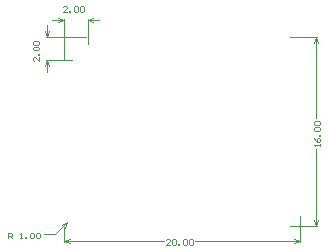
<source format=gbr>
%TF.GenerationSoftware,Altium Limited,Altium Designer,20.1.8 (145)*%
G04 Layer_Color=8242323*
%FSLAX44Y44*%
%MOMM*%
%TF.SameCoordinates,E4642572-F947-42A3-9A2D-1DA0FD0549A1*%
%TF.FilePolarity,Positive*%
%TF.FileFunction,Other,Dimensions*%
%TF.Part,Single*%
G01*
G75*
%TA.AperFunction,NonConductor*%
%ADD33C,0.1016*%
%ADD57C,0.1020*%
D33*
X10015524Y10140000D02*
X10017191Y10135000D01*
X10013857D02*
X10015524Y10140000D01*
X10013857Y10165000D02*
X10015524Y10160000D01*
X10017191Y10165000D01*
X10015524Y10130000D02*
Y10140000D01*
Y10160000D02*
Y10170000D01*
X10014508Y10160000D02*
X10048984D01*
X10014508Y10140000D02*
X10036484D01*
X10050000Y10173882D02*
X10055000Y10175549D01*
X10050000Y10173882D02*
X10055000Y10172216D01*
X10025000D02*
X10030000Y10173882D01*
X10025000Y10175549D02*
X10030000Y10173882D01*
X10050000D02*
X10060000D01*
X10020000D02*
X10030000D01*
Y10141016D02*
Y10174899D01*
X10050000Y10153516D02*
Y10174899D01*
X10241801Y10005000D02*
X10243467Y10000000D01*
X10245134Y10005000D01*
X10243467Y10160000D02*
X10245134Y10155000D01*
X10241801D02*
X10243467Y10160000D01*
Y10000000D02*
Y10065106D01*
Y10090830D02*
Y10160000D01*
X10221524Y10000000D02*
X10244484D01*
X10221016Y10160000D02*
X10244484D01*
X10030000Y9986868D02*
X10035000Y9988535D01*
X10030000Y9986868D02*
X10035000Y9985201D01*
X10225000D02*
X10230000Y9986868D01*
X10225000Y9988535D02*
X10230000Y9986868D01*
X10030000D02*
X10114690D01*
X10141246D02*
X10230000D01*
X10030000Y9985852D02*
Y9998984D01*
X10230000Y9985852D02*
Y10008476D01*
X10008494Y10142553D02*
Y10139221D01*
X10005161Y10142553D01*
X10004328D01*
X10003495Y10141720D01*
Y10140054D01*
X10004328Y10139221D01*
X10008494Y10144219D02*
X10007661D01*
Y10145052D01*
X10008494D01*
Y10144219D01*
X10004328Y10148384D02*
X10003495Y10149218D01*
Y10150884D01*
X10004328Y10151717D01*
X10007661D01*
X10008494Y10150884D01*
Y10149218D01*
X10007661Y10148384D01*
X10004328D01*
Y10153383D02*
X10003495Y10154216D01*
Y10155882D01*
X10004328Y10156715D01*
X10007661D01*
X10008494Y10155882D01*
Y10154216D01*
X10007661Y10153383D01*
X10004328D01*
X10032553Y10180913D02*
X10029221D01*
X10032553Y10184245D01*
Y10185078D01*
X10031720Y10185911D01*
X10030054D01*
X10029221Y10185078D01*
X10034219Y10180913D02*
Y10181746D01*
X10035052D01*
Y10180913D01*
X10034219D01*
X10038384Y10185078D02*
X10039218Y10185911D01*
X10040884D01*
X10041717Y10185078D01*
Y10181746D01*
X10040884Y10180913D01*
X10039218D01*
X10038384Y10181746D01*
Y10185078D01*
X10043383D02*
X10044216Y10185911D01*
X10045882D01*
X10046715Y10185078D01*
Y10181746D01*
X10045882Y10180913D01*
X10044216D01*
X10043383Y10181746D01*
Y10185078D01*
X10246982Y10067138D02*
Y10068804D01*
Y10067971D01*
X10241984D01*
X10242817Y10067138D01*
X10241984Y10074636D02*
X10242817Y10072969D01*
X10244484Y10071304D01*
X10246150D01*
X10246982Y10072137D01*
Y10073802D01*
X10246150Y10074636D01*
X10245316D01*
X10244484Y10073802D01*
Y10071304D01*
X10246982Y10076302D02*
X10246150D01*
Y10077135D01*
X10246982D01*
Y10076302D01*
X10242817Y10080467D02*
X10241984Y10081300D01*
Y10082966D01*
X10242817Y10083799D01*
X10246150D01*
X10246982Y10082966D01*
Y10081300D01*
X10246150Y10080467D01*
X10242817D01*
Y10085466D02*
X10241984Y10086299D01*
Y10087964D01*
X10242817Y10088798D01*
X10246150D01*
X10246982Y10087964D01*
Y10086299D01*
X10246150Y10085466D01*
X10242817D01*
X10120054Y9983353D02*
X10116722D01*
X10120054Y9986685D01*
Y9987518D01*
X10119221Y9988351D01*
X10117555D01*
X10116722Y9987518D01*
X10121720D02*
X10122553Y9988351D01*
X10124219D01*
X10125052Y9987518D01*
Y9984186D01*
X10124219Y9983353D01*
X10122553D01*
X10121720Y9984186D01*
Y9987518D01*
X10126718Y9983353D02*
Y9984186D01*
X10127551D01*
Y9983353D01*
X10126718D01*
X10130884Y9987518D02*
X10131717Y9988351D01*
X10133383D01*
X10134216Y9987518D01*
Y9984186D01*
X10133383Y9983353D01*
X10131717D01*
X10130884Y9984186D01*
Y9987518D01*
X10135882D02*
X10136715Y9988351D01*
X10138381D01*
X10139214Y9987518D01*
Y9984186D01*
X10138381Y9983353D01*
X10136715D01*
X10135882Y9984186D01*
Y9987518D01*
D57*
X10030572Y9998215D02*
X10032929Y10002929D01*
X10028215Y10000572D02*
X10032929Y10002929D01*
X10022735Y9992735D02*
X10032929Y10002929D01*
X10012704Y9992735D02*
X10022735D01*
X9982986Y9989216D02*
Y9994214D01*
X9985485D01*
X9986318Y9993381D01*
Y9991715D01*
X9985485Y9990882D01*
X9982986D01*
X9984652D02*
X9986318Y9989216D01*
X9992983D02*
X9994649D01*
X9993816D01*
Y9994214D01*
X9992983Y9993381D01*
X9997148Y9989216D02*
Y9990049D01*
X9997981D01*
Y9989216D01*
X9997148D01*
X10001313Y9993381D02*
X10002147Y9994214D01*
X10003813D01*
X10004646Y9993381D01*
Y9990049D01*
X10003813Y9989216D01*
X10002147D01*
X10001313Y9990049D01*
Y9993381D01*
X10006312D02*
X10007145Y9994214D01*
X10008811D01*
X10009644Y9993381D01*
Y9990049D01*
X10008811Y9989216D01*
X10007145D01*
X10006312Y9990049D01*
Y9993381D01*
%TF.MD5,4f15794c4f09a4c311c6d8304840bcb7*%
M02*

</source>
